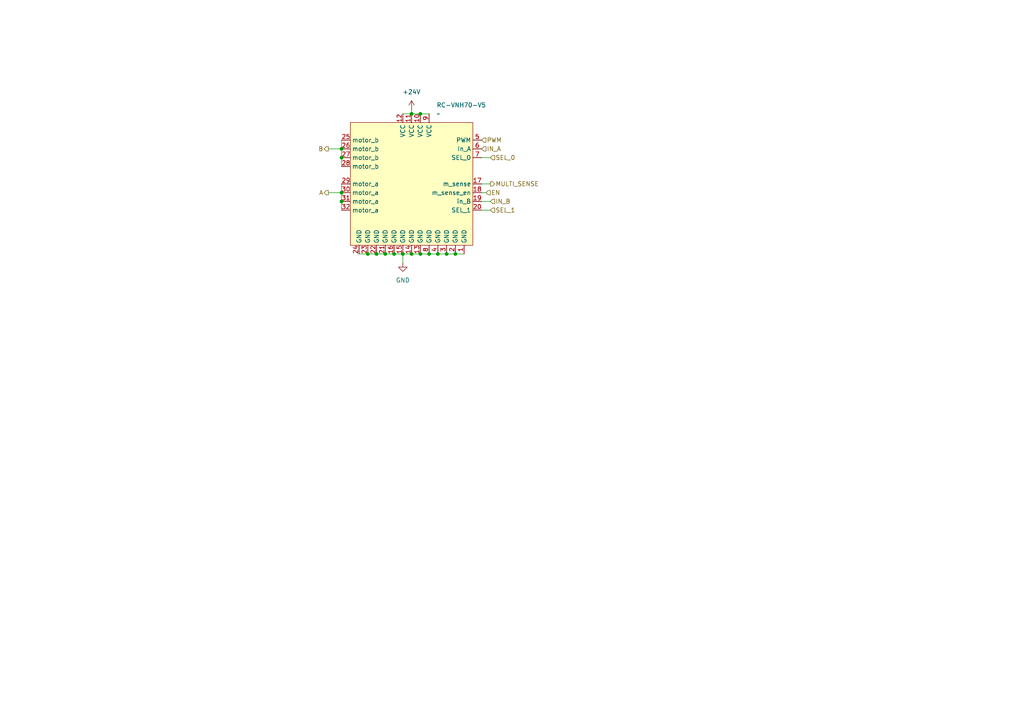
<source format=kicad_sch>
(kicad_sch (version 20250114) (generator "eeschema") (generator_version "9.0")
  (paper "A4")
  (lib_symbols
    (symbol "MotorDriver:RC-VNH70-V1"
      (property "Reference" "RC-VNH70-V1" (at 17.78 10.16 0))
      (symbol "RC-VNH70-V1_1_1"
        (rectangle (start -15.24 7.62) (end 20.32 -27.94) (fill (type background)))
        (pin unspecified line (at -17.78 2.54 0) (length 2.54) (name "motor_b") (number "25"))
        (pin unspecified line (at -17.78 0 0) (length 2.54) (name "motor_b") (number "26"))
        (pin unspecified line (at -17.78 -2.54 0) (length 2.54) (name "motor_b") (number "27"))
        (pin unspecified line (at -17.78 -5.08 0) (length 2.54) (name "motor_b") (number "28"))
        (pin unspecified line (at -17.78 -10.16 0) (length 2.54) (name "motor_a") (number "29"))
        (pin unspecified line (at -17.78 -12.7 0) (length 2.54) (name "motor_a") (number "30"))
        (pin unspecified line (at -17.78 -15.24 0) (length 2.54) (name "motor_a") (number "31"))
        (pin unspecified line (at -17.78 -17.78 0) (length 2.54) (name "motor_a") (number "32"))
        (pin unspecified line (at -12.7 -30.48 90) (length 2.54) (name "GND") (number "24"))
        (pin unspecified line (at -10.16 -30.48 90) (length 2.54) (name "GND") (number "23"))
        (pin unspecified line (at -7.62 -30.48 90) (length 2.54) (name "GND") (number "22"))
        (pin unspecified line (at -5.08 -30.48 90) (length 2.54) (name "GND") (number "21"))
        (pin unspecified line (at -2.54 -30.48 90) (length 2.54) (name "GND") (number "16"))
        (pin unspecified line (at 0 10.16 270) (length 2.54) (name "VCC") (number "12"))
        (pin unspecified line (at 0 -30.48 90) (length 2.54) (name "GND") (number "15"))
        (pin unspecified line (at 2.54 10.16 270) (length 2.54) (name "VCC") (number "11"))
        (pin unspecified line (at 2.54 -30.48 90) (length 2.54) (name "GND") (number "14"))
        (pin unspecified line (at 5.08 10.16 270) (length 2.54) (name "VCC") (number "10"))
        (pin unspecified line (at 5.08 -30.48 90) (length 2.54) (name "GND") (number "13"))
        (pin unspecified line (at 7.62 10.16 270) (length 2.54) (name "VCC") (number "9"))
        (pin unspecified line (at 7.62 -30.48 90) (length 2.54) (name "GND") (number "8"))
        (pin unspecified line (at 10.16 -30.48 90) (length 2.54) (name "GND") (number "4"))
        (pin unspecified line (at 12.7 -30.48 90) (length 2.54) (name "GND") (number "3"))
        (pin unspecified line (at 15.24 -30.48 90) (length 2.54) (name "GND") (number "2"))
        (pin unspecified line (at 17.78 -30.48 90) (length 2.54) (name "GND") (number "1"))
        (pin unspecified line (at 22.86 2.54 180) (length 2.54) (name "PWM") (number "5"))
        (pin unspecified line (at 22.86 0 180) (length 2.54) (name "In_A") (number "6"))
        (pin unspecified line (at 22.86 -2.54 180) (length 2.54) (name "SEL_0") (number "7"))
        (pin unspecified line (at 22.86 -10.16 180) (length 2.54) (name "m_sense") (number "17"))
        (pin unspecified line (at 22.86 -12.7 180) (length 2.54) (name "m_sense_en") (number "18"))
        (pin unspecified line (at 22.86 -15.24 180) (length 2.54) (name "in_B") (number "19"))
        (pin unspecified line (at 22.86 -17.78 180) (length 2.54) (name "SEL_1") (number "20"))
      )
    )
    (symbol "power:+24V" (power) (pin_numbers (hide yes)) (pin_names (offset 0) (hide yes))
      (property "Value" "+24V" (at 0 3.556 0))
      (symbol "+24V_0_1"
        (polyline (pts (xy -0.762 1.27) (xy 0 2.54)))
        (polyline (pts (xy 0 2.54) (xy 0.762 1.27)))
        (polyline (pts (xy 0 0) (xy 0 2.54)))
      )
      (symbol "+24V_1_1"
        (pin power_in line (at 0 0 90) (length 0) (name "~") (number "1"))
      )
    )
    (symbol "power:GND" (power) (pin_numbers (hide yes)) (pin_names (offset 0) (hide yes))
      (property "Value" "GND" (at 0 -3.81 0))
      (symbol "GND_0_1"
        (polyline (pts (xy 0 0) (xy 0 -1.27) (xy 1.27 -1.27) (xy 0 -2.54) (xy -1.27 -1.27) (xy 0 -1.27)))
      )
      (symbol "GND_1_1"
        (pin power_in line (at 0 0 270) (length 0) (name "~") (number "1"))
      )
    )
  )
  (junction (at 129.54 73.66))
  (junction (at 121.92 33.02))
  (junction (at 116.84 73.66))
  (junction (at 111.76 73.66))
  (junction (at 119.38 33.02))
  (junction (at 99.06 58.42))
  (junction (at 119.38 73.66))
  (junction (at 124.46 73.66))
  (junction (at 114.3 73.66))
  (junction (at 121.92 73.66))
  (junction (at 99.06 43.18))
  (junction (at 106.68 73.66))
  (junction (at 127 73.66))
  (junction (at 99.06 55.88))
  (junction (at 109.22 73.66))
  (junction (at 132.08 73.66))
  (junction (at 99.06 45.72))
  (wire (pts (xy 109.22 73.66) (xy 111.76 73.66)))
  (wire (pts (xy 127 73.66) (xy 129.54 73.66)))
  (wire (pts (xy 139.7 60.96) (xy 142.24 60.96)))
  (wire (pts (xy 119.38 73.66) (xy 121.92 73.66)))
  (wire (pts (xy 114.3 73.66) (xy 116.84 73.66)))
  (wire (pts (xy 121.92 73.66) (xy 124.46 73.66)))
  (wire (pts (xy 119.38 33.02) (xy 121.92 33.02)))
  (wire (pts (xy 99.06 55.88) (xy 99.06 58.42)))
  (wire (pts (xy 132.08 73.66) (xy 134.62 73.66)))
  (wire (pts (xy 139.7 53.34) (xy 142.24 53.34)))
  (wire (pts (xy 104.14 73.66) (xy 106.68 73.66)))
  (wire (pts (xy 99.06 40.64) (xy 99.06 43.18)))
  (wire (pts (xy 116.84 33.02) (xy 119.38 33.02)))
  (wire (pts (xy 106.68 73.66) (xy 109.22 73.66)))
  (wire (pts (xy 116.84 73.66) (xy 116.84 76.2)))
  (wire (pts (xy 95.25 55.88) (xy 99.06 55.88)))
  (wire (pts (xy 139.7 55.88) (xy 140.97 55.88)))
  (wire (pts (xy 99.06 53.34) (xy 99.06 55.88)))
  (wire (pts (xy 116.84 73.66) (xy 119.38 73.66)))
  (wire (pts (xy 119.38 31.75) (xy 119.38 33.02)))
  (wire (pts (xy 99.06 45.72) (xy 99.06 48.26)))
  (wire (pts (xy 121.92 33.02) (xy 124.46 33.02)))
  (wire (pts (xy 139.7 45.72) (xy 142.24 45.72)))
  (wire (pts (xy 99.06 43.18) (xy 99.06 45.72)))
  (wire (pts (xy 111.76 73.66) (xy 114.3 73.66)))
  (wire (pts (xy 139.7 58.42) (xy 142.24 58.42)))
  (wire (pts (xy 124.46 73.66) (xy 127 73.66)))
  (wire (pts (xy 129.54 73.66) (xy 132.08 73.66)))
  (wire (pts (xy 99.06 58.42) (xy 99.06 60.96)))
  (wire (pts (xy 95.25 43.18) (xy 99.06 43.18)))
  (hierarchical_label "IN_B" (shape input) (at 142.24 58.42 0))
  (hierarchical_label "EN" (shape input) (at 140.97 55.88 0))
  (hierarchical_label "SEL_1" (shape input) (at 142.24 60.96 0))
  (hierarchical_label "B" (shape output) (at 95.25 43.18 180))
  (hierarchical_label "MULTI_SENSE" (shape output) (at 142.24 53.34 0))
  (hierarchical_label "IN_A" (shape input) (at 139.7 43.18 0))
  (hierarchical_label "SEL_0" (shape input) (at 142.24 45.72 0))
  (hierarchical_label "PWM" (shape input) (at 139.7 40.64 0))
  (hierarchical_label "A" (shape output) (at 95.25 55.88 180))
  (symbol (lib_id "power:+24V") (at 119.38 31.75 0) (unit 1)
    (property "Reference" "#PWR022" (effects (hide yes)))
    (property "Value" "+24V" (at 119.38 26.67 0))
    (property "Description" "Power symbol creates a global label with name \"+24V\"" (effects (hide yes)))
    (instances (project "TROCA-MCU-STM32G474" (path "" (reference "#PWR030") (unit 1)) (path "" (reference "#PWR028") (unit 1)) (path "" (reference "#PWR024") (unit 1)) (path "" (reference "#PWR036") (unit 1)) (path "" (reference "#PWR026") (unit 1)) (path "" (reference "#PWR034") (unit 1)) (path "" (reference "#PWR032") (unit 1)) (path "" (reference "#PWR022") (unit 1))))
  )
  (symbol (lib_id "MotorDriver:RC-VNH70-V1") (at 116.84 43.18 0) (unit 1)
    (property "Reference" "RC-VNH70-V1" (at 126.6033 30.48 0) (effects (justify left)))
    (property "Value" "~" (at 126.6033 33.02 0) (effects (justify left)))
    (property "Footprint" "PCM_Motor_Driver:RC-VNH70-V1" (effects (hide yes)))
    (instances (project "TROCA-MCU-STM32G474" (path "" (reference "RC-VNH70-V5") (unit 1)) (path "" (reference "RC-VNH70-V4") (unit 1)) (path "" (reference "RC-VNH70-V2") (unit 1)) (path "" (reference "RC-VNH70-V8") (unit 1)) (path "" (reference "RC-VNH70-V3") (unit 1)) (path "" (reference "RC-VNH70-V7") (unit 1)) (path "" (reference "RC-VNH70-V6") (unit 1)) (path "" (reference "RC-VNH70-V1") (unit 1))))
  )
  (symbol (lib_id "power:GND") (at 116.84 76.2 0) (unit 1)
    (property "Reference" "#PWR021" (effects (hide yes)))
    (property "Value" "GND" (at 116.84 81.28 0))
    (property "Description" "Power symbol creates a global label with name \"GND\" , ground" (effects (hide yes)))
    (instances (project "TROCA-MCU-STM32G474" (path "" (reference "#PWR029") (unit 1)) (path "" (reference "#PWR027") (unit 1)) (path "" (reference "#PWR023") (unit 1)) (path "" (reference "#PWR035") (unit 1)) (path "" (reference "#PWR025") (unit 1)) (path "" (reference "#PWR033") (unit 1)) (path "" (reference "#PWR031") (unit 1)) (path "" (reference "#PWR021") (unit 1))))
  )
)
</source>
